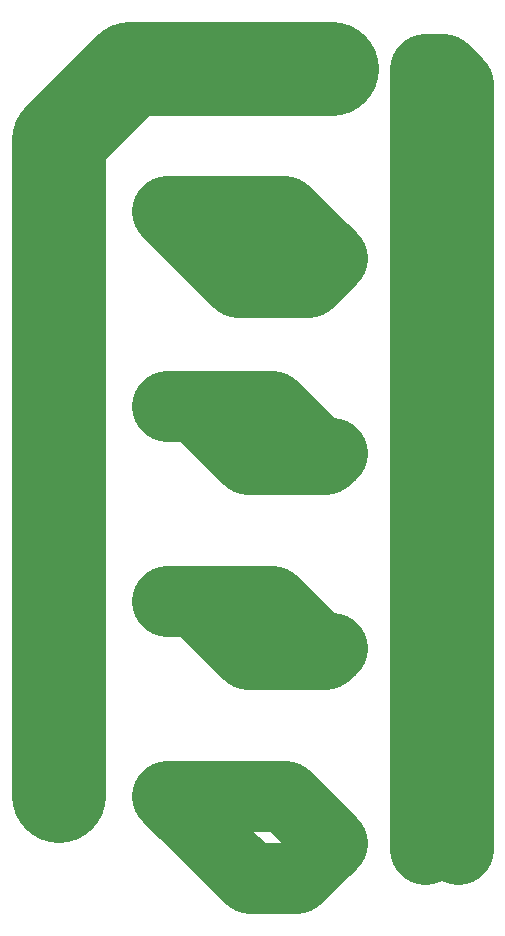
<source format=gbr>
G04 #@! TF.GenerationSoftware,KiCad,Pcbnew,5.1.2-f72e74a~84~ubuntu18.04.1*
G04 #@! TF.CreationDate,2019-05-08T19:05:58-06:00*
G04 #@! TF.ProjectId,anderson_fuse_board,616e6465-7273-46f6-9e5f-667573655f62,rev?*
G04 #@! TF.SameCoordinates,Original*
G04 #@! TF.FileFunction,Copper,L1,Top*
G04 #@! TF.FilePolarity,Positive*
%FSLAX46Y46*%
G04 Gerber Fmt 4.6, Leading zero omitted, Abs format (unit mm)*
G04 Created by KiCad (PCBNEW 5.1.2-f72e74a~84~ubuntu18.04.1) date 2019-05-08 19:05:58*
%MOMM*%
%LPD*%
G04 APERTURE LIST*
%ADD10C,3.300000*%
%ADD11O,5.930000X1.970000*%
%ADD12C,8.000000*%
%ADD13C,6.000000*%
G04 APERTURE END LIST*
D10*
X85000000Y-85000000D03*
X94140000Y-85000000D03*
X94140000Y-101510000D03*
X85000000Y-101510000D03*
X85000000Y-118020000D03*
X94140000Y-118020000D03*
X94140000Y-134530000D03*
X85000000Y-134530000D03*
D11*
X108050000Y-73000000D03*
X115950000Y-73000000D03*
X115950000Y-89000000D03*
X108050000Y-89000000D03*
X108050000Y-105500000D03*
X115950000Y-105500000D03*
X115950000Y-122000000D03*
X108050000Y-122000000D03*
X108050000Y-138500000D03*
X115950000Y-138500000D03*
D12*
X85000000Y-101510000D02*
X85000000Y-116000000D01*
X85000000Y-116000000D02*
X85000000Y-134530000D01*
X108050000Y-73000000D02*
X91000000Y-73000000D01*
X85000000Y-79000000D02*
X85000000Y-85000000D01*
X91000000Y-73000000D02*
X85000000Y-79000000D01*
X85000000Y-85000000D02*
X85000000Y-101510000D01*
D13*
X94140000Y-85000000D02*
X100140000Y-91000000D01*
X106050000Y-91000000D02*
X108050000Y-89000000D01*
X100140000Y-91000000D02*
X106050000Y-91000000D01*
X104050000Y-85000000D02*
X108050000Y-89000000D01*
X94140000Y-85000000D02*
X104050000Y-85000000D01*
X96473452Y-101510000D02*
X101000000Y-106036548D01*
X94140000Y-101510000D02*
X96473452Y-101510000D01*
X107513452Y-106036548D02*
X108050000Y-105500000D01*
X101000000Y-106036548D02*
X107513452Y-106036548D01*
X102986904Y-101510000D02*
X107513452Y-106036548D01*
X96473452Y-101510000D02*
X102986904Y-101510000D01*
X96473452Y-118020000D02*
X101000000Y-122546548D01*
X94140000Y-118020000D02*
X96473452Y-118020000D01*
X107503452Y-122546548D02*
X108050000Y-122000000D01*
X101000000Y-122546548D02*
X107503452Y-122546548D01*
X102976904Y-118020000D02*
X107503452Y-122546548D01*
X94140000Y-118020000D02*
X102976904Y-118020000D01*
X94140000Y-134530000D02*
X101110000Y-141500000D01*
X105050000Y-141500000D02*
X108050000Y-138500000D01*
X101110000Y-141500000D02*
X105050000Y-141500000D01*
X104080000Y-134530000D02*
X108050000Y-138500000D01*
X94140000Y-134530000D02*
X104080000Y-134530000D01*
X115950000Y-73000000D02*
X117500000Y-73000000D01*
X117500000Y-73000000D02*
X118774990Y-74274990D01*
X118774990Y-74274990D02*
X118774990Y-139000000D01*
X115950000Y-73000000D02*
X115950000Y-89000000D01*
X115950000Y-89000000D02*
X115950000Y-105500000D01*
X115950000Y-105500000D02*
X115950000Y-122000000D01*
X115950000Y-122000000D02*
X115950000Y-139050000D01*
M02*

</source>
